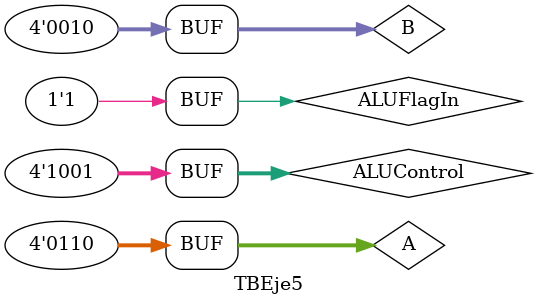
<source format=sv>
`timescale 1ns/1ps

module TBEje5 ();
    logic   [3:0]          A;
    logic   [3:0]          B;
    logic   [3:0]          ALUControl;
    logic                  ALUFlagIn;
    logic                  ALUFlags;
    logic   [3:0]          ALUResult;
    logic                  Cero;


    ALU #(.Ancho(4)) ALU1(
        .A              (A),
        .B              (B),
        .ALUControl     (ALUControl),
        .ALUFlagIn      (ALUFlagIn),
        .ALUFlags       (ALUFlags),
        .ALUResult      (ALUResult),
        .Z           (Cero)
    );

    initial begin
        A = 4'b0000;
        B = 4'b0000;
        ALUControl = 4'h0;
        ALUFlagIn = 0;

        #50
        A = 4'b0110;
        B = 4'b0010;

        #50
        ALUControl = 4'h1;

        #50
        ALUControl = 4'h2;

        #50
        ALUControl = 4'h3;
        ALUFlagIn = 0;

        #50
        ALUControl = 4'h3;
        ALUFlagIn = 1;

        #50
        ALUControl = 4'h4;
        ALUFlagIn = 0;

        #50
        ALUControl = 4'h4;
        ALUFlagIn = 1;

        #50
        ALUControl = 4'h5;
        ALUFlagIn = 0;

        #50
        ALUControl = 4'h5;
        ALUFlagIn = 1;

        #50
        ALUControl = 4'h6;

        #50
        ALUControl = 4'h7;

        #50
        ALUControl = 4'h8;

        #50
        ALUControl = 4'h9;


    end


endmodule
</source>
